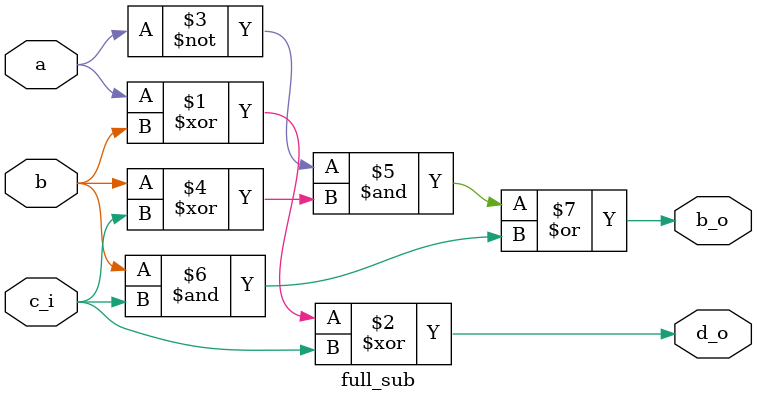
<source format=v>
module full_sub(
    input a,
    input b,
    input c_i,
    output d_o,
    output b_o
);

    assign d_o = a ^ b ^ c_i;
    assign b_o = ((~a) & (b ^ c_i)) | (b & c_i);
    
endmodule


</source>
